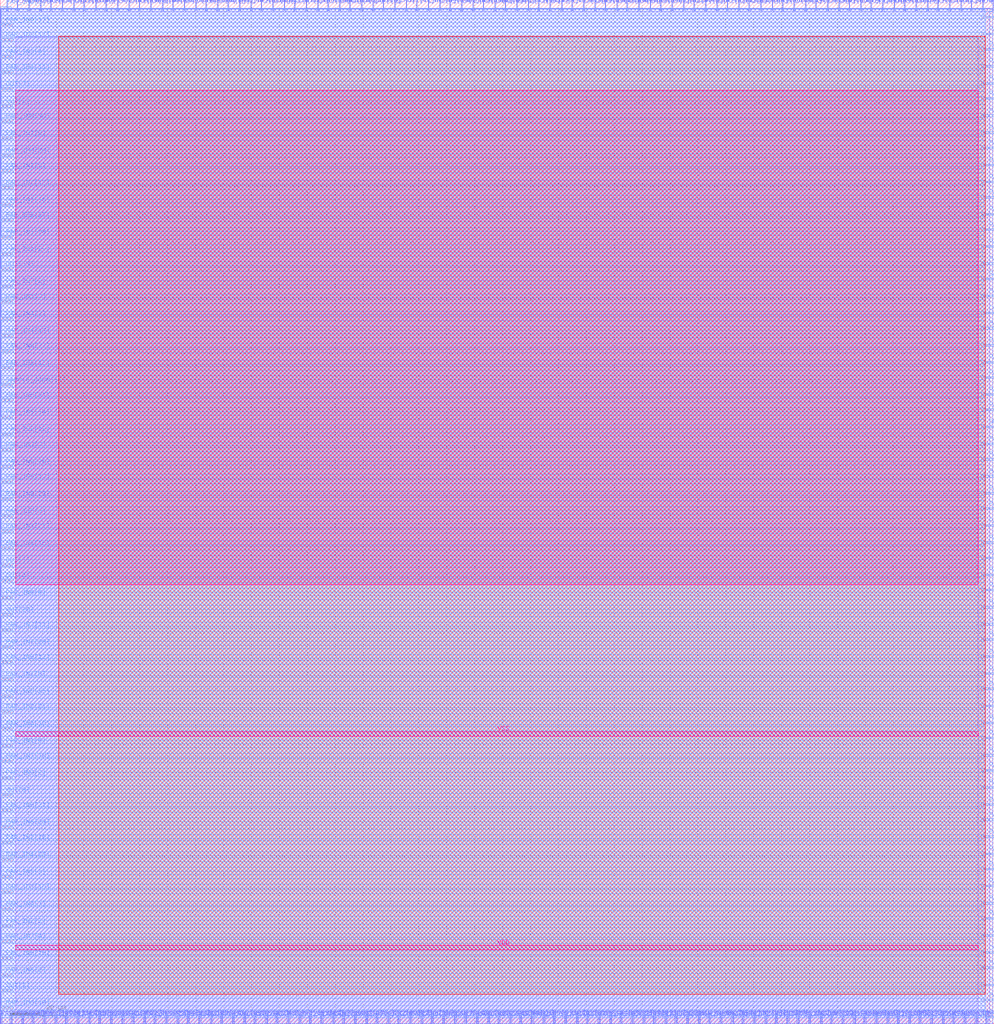
<source format=lef>
VERSION 5.7 ;
  NAMESCASESENSITIVE ON ;
  NOWIREEXTENSIONATPIN ON ;
  DIVIDERCHAR "/" ;
  BUSBITCHARS "[]" ;
UNITS
  DATABASE MICRONS 200 ;
END UNITS

MACRO deserialiser_unit_cell_1
  CLASS BLOCK ;
  FOREIGN deserialiser_unit_cell_1 ;
  ORIGIN 0.000 0.000 ;
  SIZE 356.165 BY 366.885 ;
  PIN CLK
    DIRECTION INPUT ;
    PORT
      LAYER met2 ;
        RECT 194.670 0.000 194.950 4.000 ;
    END
  END CLK
  PIN COMPLETE
    DIRECTION OUTPUT TRISTATE ;
    PORT
      LAYER met2 ;
        RECT 65.870 362.885 66.150 366.885 ;
    END
  END COMPLETE
  PIN COUNT[0]
    DIRECTION OUTPUT TRISTATE ;
    PORT
      LAYER met2 ;
        RECT 294.030 0.000 294.310 4.000 ;
    END
  END COUNT[0]
  PIN COUNT[1]
    DIRECTION OUTPUT TRISTATE ;
    PORT
      LAYER met3 ;
        RECT 352.165 254.360 356.165 254.960 ;
    END
  END COUNT[1]
  PIN COUNT[2]
    DIRECTION OUTPUT TRISTATE ;
    PORT
      LAYER met3 ;
        RECT 352.165 25.200 356.165 25.800 ;
    END
  END COUNT[2]
  PIN COUNT[3]
    DIRECTION OUTPUT TRISTATE ;
    PORT
      LAYER met2 ;
        RECT 248.490 362.885 248.770 366.885 ;
    END
  END COUNT[3]
  PIN COUNT[4]
    DIRECTION OUTPUT TRISTATE ;
    PORT
      LAYER met2 ;
        RECT 77.830 362.885 78.110 366.885 ;
    END
  END COUNT[4]
  PIN COUNT[5]
    DIRECTION OUTPUT TRISTATE ;
    PORT
      LAYER met2 ;
        RECT 142.690 0.000 142.970 4.000 ;
    END
  END COUNT[5]
  PIN INTERNAL_FINISH
    DIRECTION OUTPUT TRISTATE ;
    PORT
      LAYER met2 ;
        RECT 58.050 362.885 58.330 366.885 ;
    END
  END INTERNAL_FINISH
  PIN OUT[0]
    DIRECTION OUTPUT TRISTATE ;
    PORT
      LAYER met2 ;
        RECT 328.070 362.885 328.350 366.885 ;
    END
  END OUT[0]
  PIN OUT[10]
    DIRECTION OUTPUT TRISTATE ;
    PORT
      LAYER met2 ;
        RECT 125.210 362.885 125.490 366.885 ;
    END
  END OUT[10]
  PIN OUT[11]
    DIRECTION OUTPUT TRISTATE ;
    PORT
      LAYER met2 ;
        RECT 145.450 362.885 145.730 366.885 ;
    END
  END OUT[11]
  PIN OUT[12]
    DIRECTION OUTPUT TRISTATE ;
    PORT
      LAYER met2 ;
        RECT 47.470 0.000 47.750 4.000 ;
    END
  END OUT[12]
  PIN OUT[13]
    DIRECTION OUTPUT TRISTATE ;
    PORT
      LAYER met3 ;
        RECT 0.000 270.000 4.000 270.600 ;
    END
  END OUT[13]
  PIN OUT[14]
    DIRECTION OUTPUT TRISTATE ;
    PORT
      LAYER met2 ;
        RECT 131.190 0.000 131.470 4.000 ;
    END
  END OUT[14]
  PIN OUT[15]
    DIRECTION OUTPUT TRISTATE ;
    PORT
      LAYER met2 ;
        RECT 133.490 362.885 133.770 366.885 ;
    END
  END OUT[15]
  PIN OUT[16]
    DIRECTION OUTPUT TRISTATE ;
    PORT
      LAYER met2 ;
        RECT 272.410 362.885 272.690 366.885 ;
    END
  END OUT[16]
  PIN OUT[17]
    DIRECTION OUTPUT TRISTATE ;
    PORT
      LAYER met2 ;
        RECT 186.390 0.000 186.670 4.000 ;
    END
  END OUT[17]
  PIN OUT[18]
    DIRECTION OUTPUT TRISTATE ;
    PORT
      LAYER met2 ;
        RECT 75.530 0.000 75.810 4.000 ;
    END
  END OUT[18]
  PIN OUT[19]
    DIRECTION OUTPUT TRISTATE ;
    PORT
      LAYER met2 ;
        RECT 98.990 0.000 99.270 4.000 ;
    END
  END OUT[19]
  PIN OUT[1]
    DIRECTION OUTPUT TRISTATE ;
    PORT
      LAYER met3 ;
        RECT 0.000 163.920 4.000 164.520 ;
    END
  END OUT[1]
  PIN OUT[20]
    DIRECTION OUTPUT TRISTATE ;
    PORT
      LAYER met2 ;
        RECT 154.650 0.000 154.930 4.000 ;
    END
  END OUT[20]
  PIN OUT[21]
    DIRECTION OUTPUT TRISTATE ;
    PORT
      LAYER met2 ;
        RECT 210.310 0.000 210.590 4.000 ;
    END
  END OUT[21]
  PIN OUT[22]
    DIRECTION OUTPUT TRISTATE ;
    PORT
      LAYER met2 ;
        RECT 340.030 362.885 340.310 366.885 ;
    END
  END OUT[22]
  PIN OUT[23]
    DIRECTION OUTPUT TRISTATE ;
    PORT
      LAYER met2 ;
        RECT 105.430 362.885 105.710 366.885 ;
    END
  END OUT[23]
  PIN OUT[24]
    DIRECTION OUTPUT TRISTATE ;
    PORT
      LAYER met2 ;
        RECT 19.870 0.000 20.150 4.000 ;
    END
  END OUT[24]
  PIN OUT[25]
    DIRECTION OUTPUT TRISTATE ;
    PORT
      LAYER met2 ;
        RECT 284.370 362.885 284.650 366.885 ;
    END
  END OUT[25]
  PIN OUT[26]
    DIRECTION OUTPUT TRISTATE ;
    PORT
      LAYER met2 ;
        RECT 81.510 362.885 81.790 366.885 ;
    END
  END OUT[26]
  PIN OUT[27]
    DIRECTION OUTPUT TRISTATE ;
    PORT
      LAYER met2 ;
        RECT 325.770 0.000 326.050 4.000 ;
    END
  END OUT[27]
  PIN OUT[28]
    DIRECTION OUTPUT TRISTATE ;
    PORT
      LAYER met3 ;
        RECT 0.000 146.240 4.000 146.840 ;
    END
  END OUT[28]
  PIN OUT[29]
    DIRECTION OUTPUT TRISTATE ;
    PORT
      LAYER met2 ;
        RECT 230.550 0.000 230.830 4.000 ;
    END
  END OUT[29]
  PIN OUT[2]
    DIRECTION OUTPUT TRISTATE ;
    PORT
      LAYER met3 ;
        RECT 0.000 328.480 4.000 329.080 ;
    END
  END OUT[2]
  PIN OUT[30]
    DIRECTION OUTPUT TRISTATE ;
    PORT
      LAYER met2 ;
        RECT 262.290 0.000 262.570 4.000 ;
    END
  END OUT[30]
  PIN OUT[31]
    DIRECTION OUTPUT TRISTATE ;
    PORT
      LAYER met2 ;
        RECT 103.130 0.000 103.410 4.000 ;
    END
  END OUT[31]
  PIN OUT[3]
    DIRECTION OUTPUT TRISTATE ;
    PORT
      LAYER met3 ;
        RECT 0.000 11.600 4.000 12.200 ;
    END
  END OUT[3]
  PIN OUT[4]
    DIRECTION OUTPUT TRISTATE ;
    PORT
      LAYER met3 ;
        RECT 0.000 158.480 4.000 159.080 ;
    END
  END OUT[4]
  PIN OUT[5]
    DIRECTION OUTPUT TRISTATE ;
    PORT
      LAYER met3 ;
        RECT 352.165 213.560 356.165 214.160 ;
    END
  END OUT[5]
  PIN OUT[6]
    DIRECTION OUTPUT TRISTATE ;
    PORT
      LAYER met2 ;
        RECT 97.610 362.885 97.890 366.885 ;
    END
  END OUT[6]
  PIN OUT[7]
    DIRECTION OUTPUT TRISTATE ;
    PORT
      LAYER met3 ;
        RECT 0.000 334.600 4.000 335.200 ;
    END
  END OUT[7]
  PIN OUT[8]
    DIRECTION OUTPUT TRISTATE ;
    PORT
      LAYER met3 ;
        RECT 0.000 81.640 4.000 82.240 ;
    END
  END OUT[8]
  PIN OUT[9]
    DIRECTION OUTPUT TRISTATE ;
    PORT
      LAYER met2 ;
        RECT 34.130 362.885 34.410 366.885 ;
    END
  END OUT[9]
  PIN PAR_IN1[0]
    DIRECTION OUTPUT TRISTATE ;
    PORT
      LAYER met3 ;
        RECT 352.165 331.200 356.165 331.800 ;
    END
  END PAR_IN1[0]
  PIN PAR_IN1[10]
    DIRECTION OUTPUT TRISTATE ;
    PORT
      LAYER met3 ;
        RECT 352.165 160.520 356.165 161.120 ;
    END
  END PAR_IN1[10]
  PIN PAR_IN1[11]
    DIRECTION OUTPUT TRISTATE ;
    PORT
      LAYER met2 ;
        RECT 127.050 0.000 127.330 4.000 ;
    END
  END PAR_IN1[11]
  PIN PAR_IN1[12]
    DIRECTION OUTPUT TRISTATE ;
    PORT
      LAYER met2 ;
        RECT 213.070 362.885 213.350 366.885 ;
    END
  END PAR_IN1[12]
  PIN PAR_IN1[13]
    DIRECTION OUTPUT TRISTATE ;
    PORT
      LAYER met2 ;
        RECT 198.350 0.000 198.630 4.000 ;
    END
  END PAR_IN1[13]
  PIN PAR_IN1[14]
    DIRECTION OUTPUT TRISTATE ;
    PORT
      LAYER met2 ;
        RECT 41.950 362.885 42.230 366.885 ;
    END
  END PAR_IN1[14]
  PIN PAR_IN1[15]
    DIRECTION OUTPUT TRISTATE ;
    PORT
      LAYER met3 ;
        RECT 352.165 231.240 356.165 231.840 ;
    END
  END PAR_IN1[15]
  PIN PAR_IN1[16]
    DIRECTION OUTPUT TRISTATE ;
    PORT
      LAYER met2 ;
        RECT 95.310 0.000 95.590 4.000 ;
    END
  END PAR_IN1[16]
  PIN PAR_IN1[17]
    DIRECTION OUTPUT TRISTATE ;
    PORT
      LAYER met2 ;
        RECT 313.810 0.000 314.090 4.000 ;
    END
  END PAR_IN1[17]
  PIN PAR_IN1[18]
    DIRECTION OUTPUT TRISTATE ;
    PORT
      LAYER met3 ;
        RECT 0.000 93.880 4.000 94.480 ;
    END
  END PAR_IN1[18]
  PIN PAR_IN1[19]
    DIRECTION OUTPUT TRISTATE ;
    PORT
      LAYER met3 ;
        RECT 352.165 131.280 356.165 131.880 ;
    END
  END PAR_IN1[19]
  PIN PAR_IN1[1]
    DIRECTION OUTPUT TRISTATE ;
    PORT
      LAYER met2 ;
        RECT 46.090 362.885 46.370 366.885 ;
    END
  END PAR_IN1[1]
  PIN PAR_IN1[20]
    DIRECTION OUTPUT TRISTATE ;
    PORT
      LAYER met3 ;
        RECT 0.000 275.440 4.000 276.040 ;
    END
  END PAR_IN1[20]
  PIN PAR_IN1[21]
    DIRECTION OUTPUT TRISTATE ;
    PORT
      LAYER met2 ;
        RECT 162.930 0.000 163.210 4.000 ;
    END
  END PAR_IN1[21]
  PIN PAR_IN1[22]
    DIRECTION OUTPUT TRISTATE ;
    PORT
      LAYER met3 ;
        RECT 352.165 260.480 356.165 261.080 ;
    END
  END PAR_IN1[22]
  PIN PAR_IN1[23]
    DIRECTION OUTPUT TRISTATE ;
    PORT
      LAYER met3 ;
        RECT 352.165 102.040 356.165 102.640 ;
    END
  END PAR_IN1[23]
  PIN PAR_IN1[24]
    DIRECTION OUTPUT TRISTATE ;
    PORT
      LAYER met2 ;
        RECT 204.790 362.885 205.070 366.885 ;
    END
  END PAR_IN1[24]
  PIN PAR_IN1[25]
    DIRECTION OUTPUT TRISTATE ;
    PORT
      LAYER met2 ;
        RECT 101.750 362.885 102.030 366.885 ;
    END
  END PAR_IN1[25]
  PIN PAR_IN1[26]
    DIRECTION OUTPUT TRISTATE ;
    PORT
      LAYER met2 ;
        RECT 320.250 362.885 320.530 366.885 ;
    END
  END PAR_IN1[26]
  PIN PAR_IN1[27]
    DIRECTION OUTPUT TRISTATE ;
    PORT
      LAYER met3 ;
        RECT 352.165 207.440 356.165 208.040 ;
    END
  END PAR_IN1[27]
  PIN PAR_IN1[28]
    DIRECTION OUTPUT TRISTATE ;
    PORT
      LAYER met3 ;
        RECT 0.000 281.560 4.000 282.160 ;
    END
  END PAR_IN1[28]
  PIN PAR_IN1[29]
    DIRECTION OUTPUT TRISTATE ;
    PORT
      LAYER met3 ;
        RECT 352.165 42.880 356.165 43.480 ;
    END
  END PAR_IN1[29]
  PIN PAR_IN1[2]
    DIRECTION OUTPUT TRISTATE ;
    PORT
      LAYER met3 ;
        RECT 352.165 125.160 356.165 125.760 ;
    END
  END PAR_IN1[2]
  PIN PAR_IN1[30]
    DIRECTION OUTPUT TRISTATE ;
    PORT
      LAYER met2 ;
        RECT 121.530 362.885 121.810 366.885 ;
    END
  END PAR_IN1[30]
  PIN PAR_IN1[31]
    DIRECTION OUTPUT TRISTATE ;
    PORT
      LAYER met2 ;
        RECT 107.270 0.000 107.550 4.000 ;
    END
  END PAR_IN1[31]
  PIN PAR_IN1[3]
    DIRECTION OUTPUT TRISTATE ;
    PORT
      LAYER met3 ;
        RECT 352.165 31.320 356.165 31.920 ;
    END
  END PAR_IN1[3]
  PIN PAR_IN1[4]
    DIRECTION OUTPUT TRISTATE ;
    PORT
      LAYER met2 ;
        RECT 206.630 0.000 206.910 4.000 ;
    END
  END PAR_IN1[4]
  PIN PAR_IN1[5]
    DIRECTION OUTPUT TRISTATE ;
    PORT
      LAYER met3 ;
        RECT 0.000 305.360 4.000 305.960 ;
    END
  END PAR_IN1[5]
  PIN PAR_IN1[6]
    DIRECTION OUTPUT TRISTATE ;
    PORT
      LAYER met3 ;
        RECT 0.000 99.320 4.000 99.920 ;
    END
  END PAR_IN1[6]
  PIN PAR_IN1[7]
    DIRECTION OUTPUT TRISTATE ;
    PORT
      LAYER met3 ;
        RECT 0.000 258.440 4.000 259.040 ;
    END
  END PAR_IN1[7]
  PIN PAR_IN1[8]
    DIRECTION OUTPUT TRISTATE ;
    PORT
      LAYER met2 ;
        RECT 347.850 362.885 348.130 366.885 ;
    END
  END PAR_IN1[8]
  PIN PAR_IN1[9]
    DIRECTION OUTPUT TRISTATE ;
    PORT
      LAYER met3 ;
        RECT 0.000 316.920 4.000 317.520 ;
    END
  END PAR_IN1[9]
  PIN PAR_IN2[0]
    DIRECTION OUTPUT TRISTATE ;
    PORT
      LAYER met2 ;
        RECT 337.730 0.000 338.010 4.000 ;
    END
  END PAR_IN2[0]
  PIN PAR_IN2[10]
    DIRECTION OUTPUT TRISTATE ;
    PORT
      LAYER met2 ;
        RECT 6.070 362.885 6.350 366.885 ;
    END
  END PAR_IN2[10]
  PIN PAR_IN2[11]
    DIRECTION OUTPUT TRISTATE ;
    PORT
      LAYER met2 ;
        RECT 139.010 0.000 139.290 4.000 ;
    END
  END PAR_IN2[11]
  PIN PAR_IN2[12]
    DIRECTION OUTPUT TRISTATE ;
    PORT
      LAYER met3 ;
        RECT 0.000 210.840 4.000 211.440 ;
    END
  END PAR_IN2[12]
  PIN PAR_IN2[13]
    DIRECTION OUTPUT TRISTATE ;
    PORT
      LAYER met3 ;
        RECT 0.000 234.640 4.000 235.240 ;
    END
  END PAR_IN2[13]
  PIN PAR_IN2[14]
    DIRECTION OUTPUT TRISTATE ;
    PORT
      LAYER met2 ;
        RECT 174.890 0.000 175.170 4.000 ;
    END
  END PAR_IN2[14]
  PIN PAR_IN2[15]
    DIRECTION OUTPUT TRISTATE ;
    PORT
      LAYER met3 ;
        RECT 352.165 202.000 356.165 202.600 ;
    END
  END PAR_IN2[15]
  PIN PAR_IN2[16]
    DIRECTION OUTPUT TRISTATE ;
    PORT
      LAYER met3 ;
        RECT 352.165 236.680 356.165 237.280 ;
    END
  END PAR_IN2[16]
  PIN PAR_IN2[17]
    DIRECTION OUTPUT TRISTATE ;
    PORT
      LAYER met3 ;
        RECT 0.000 352.280 4.000 352.880 ;
    END
  END PAR_IN2[17]
  PIN PAR_IN2[18]
    DIRECTION OUTPUT TRISTATE ;
    PORT
      LAYER met3 ;
        RECT 0.000 64.640 4.000 65.240 ;
    END
  END PAR_IN2[18]
  PIN PAR_IN2[19]
    DIRECTION OUTPUT TRISTATE ;
    PORT
      LAYER met2 ;
        RECT 256.770 362.885 257.050 366.885 ;
    END
  END PAR_IN2[19]
  PIN PAR_IN2[1]
    DIRECTION OUTPUT TRISTATE ;
    PORT
      LAYER met2 ;
        RECT 7.910 0.000 8.190 4.000 ;
    END
  END PAR_IN2[1]
  PIN PAR_IN2[20]
    DIRECTION OUTPUT TRISTATE ;
    PORT
      LAYER met2 ;
        RECT 67.250 0.000 67.530 4.000 ;
    END
  END PAR_IN2[20]
  PIN PAR_IN2[21]
    DIRECTION OUTPUT TRISTATE ;
    PORT
      LAYER met3 ;
        RECT 0.000 111.560 4.000 112.160 ;
    END
  END PAR_IN2[21]
  PIN PAR_IN2[22]
    DIRECTION OUTPUT TRISTATE ;
    PORT
      LAYER met2 ;
        RECT 14.350 362.885 14.630 366.885 ;
    END
  END PAR_IN2[22]
  PIN PAR_IN2[23]
    DIRECTION OUTPUT TRISTATE ;
    PORT
      LAYER met3 ;
        RECT 352.165 60.560 356.165 61.160 ;
    END
  END PAR_IN2[23]
  PIN PAR_IN2[24]
    DIRECTION OUTPUT TRISTATE ;
    PORT
      LAYER met2 ;
        RECT 79.210 0.000 79.490 4.000 ;
    END
  END PAR_IN2[24]
  PIN PAR_IN2[25]
    DIRECTION OUTPUT TRISTATE ;
    PORT
      LAYER met2 ;
        RECT 166.610 0.000 166.890 4.000 ;
    END
  END PAR_IN2[25]
  PIN PAR_IN2[26]
    DIRECTION OUTPUT TRISTATE ;
    PORT
      LAYER met3 ;
        RECT 352.165 325.080 356.165 325.680 ;
    END
  END PAR_IN2[26]
  PIN PAR_IN2[27]
    DIRECTION OUTPUT TRISTATE ;
    PORT
      LAYER met3 ;
        RECT 0.000 287.680 4.000 288.280 ;
    END
  END PAR_IN2[27]
  PIN PAR_IN2[28]
    DIRECTION OUTPUT TRISTATE ;
    PORT
      LAYER met3 ;
        RECT 352.165 242.800 356.165 243.400 ;
    END
  END PAR_IN2[28]
  PIN PAR_IN2[29]
    DIRECTION OUTPUT TRISTATE ;
    PORT
      LAYER met2 ;
        RECT 134.870 0.000 135.150 4.000 ;
    END
  END PAR_IN2[29]
  PIN PAR_IN2[2]
    DIRECTION OUTPUT TRISTATE ;
    PORT
      LAYER met2 ;
        RECT 265.970 0.000 266.250 4.000 ;
    END
  END PAR_IN2[2]
  PIN PAR_IN2[30]
    DIRECTION OUTPUT TRISTATE ;
    PORT
      LAYER met2 ;
        RECT 150.970 0.000 151.250 4.000 ;
    END
  END PAR_IN2[30]
  PIN PAR_IN2[31]
    DIRECTION OUTPUT TRISTATE ;
    PORT
      LAYER met2 ;
        RECT 71.390 0.000 71.670 4.000 ;
    END
  END PAR_IN2[31]
  PIN PAR_IN2[3]
    DIRECTION OUTPUT TRISTATE ;
    PORT
      LAYER met3 ;
        RECT 0.000 34.720 4.000 35.320 ;
    END
  END PAR_IN2[3]
  PIN PAR_IN2[4]
    DIRECTION OUTPUT TRISTATE ;
    PORT
      LAYER met2 ;
        RECT 192.830 362.885 193.110 366.885 ;
    END
  END PAR_IN2[4]
  PIN PAR_IN2[5]
    DIRECTION OUTPUT TRISTATE ;
    PORT
      LAYER met2 ;
        RECT 173.050 362.885 173.330 366.885 ;
    END
  END PAR_IN2[5]
  PIN PAR_IN2[6]
    DIRECTION OUTPUT TRISTATE ;
    PORT
      LAYER met2 ;
        RECT 317.950 0.000 318.230 4.000 ;
    END
  END PAR_IN2[6]
  PIN PAR_IN2[7]
    DIRECTION OUTPUT TRISTATE ;
    PORT
      LAYER met3 ;
        RECT 0.000 205.400 4.000 206.000 ;
    END
  END PAR_IN2[7]
  PIN PAR_IN2[8]
    DIRECTION OUTPUT TRISTATE ;
    PORT
      LAYER met2 ;
        RECT 129.350 362.885 129.630 366.885 ;
    END
  END PAR_IN2[8]
  PIN PAR_IN2[9]
    DIRECTION OUTPUT TRISTATE ;
    PORT
      LAYER met2 ;
        RECT 149.130 362.885 149.410 366.885 ;
    END
  END PAR_IN2[9]
  PIN PAR_IN3[0]
    DIRECTION OUTPUT TRISTATE ;
    PORT
      LAYER met3 ;
        RECT 352.165 318.960 356.165 319.560 ;
    END
  END PAR_IN3[0]
  PIN PAR_IN3[10]
    DIRECTION OUTPUT TRISTATE ;
    PORT
      LAYER met3 ;
        RECT 0.000 46.960 4.000 47.560 ;
    END
  END PAR_IN3[10]
  PIN PAR_IN3[11]
    DIRECTION OUTPUT TRISTATE ;
    PORT
      LAYER met3 ;
        RECT 0.000 140.800 4.000 141.400 ;
    END
  END PAR_IN3[11]
  PIN PAR_IN3[12]
    DIRECTION OUTPUT TRISTATE ;
    PORT
      LAYER met2 ;
        RECT 85.650 362.885 85.930 366.885 ;
    END
  END PAR_IN3[12]
  PIN PAR_IN3[13]
    DIRECTION OUTPUT TRISTATE ;
    PORT
      LAYER met3 ;
        RECT 352.165 113.600 356.165 114.200 ;
    END
  END PAR_IN3[13]
  PIN PAR_IN3[14]
    DIRECTION OUTPUT TRISTATE ;
    PORT
      LAYER met3 ;
        RECT 352.165 178.200 356.165 178.800 ;
    END
  END PAR_IN3[14]
  PIN PAR_IN3[15]
    DIRECTION OUTPUT TRISTATE ;
    PORT
      LAYER met2 ;
        RECT 178.570 0.000 178.850 4.000 ;
    END
  END PAR_IN3[15]
  PIN PAR_IN3[16]
    DIRECTION OUTPUT TRISTATE ;
    PORT
      LAYER met3 ;
        RECT 352.165 55.120 356.165 55.720 ;
    END
  END PAR_IN3[16]
  PIN PAR_IN3[17]
    DIRECTION OUTPUT TRISTATE ;
    PORT
      LAYER met3 ;
        RECT 352.165 37.440 356.165 38.040 ;
    END
  END PAR_IN3[17]
  PIN PAR_IN3[18]
    DIRECTION OUTPUT TRISTATE ;
    PORT
      LAYER met2 ;
        RECT 341.410 0.000 341.690 4.000 ;
    END
  END PAR_IN3[18]
  PIN PAR_IN3[19]
    DIRECTION OUTPUT TRISTATE ;
    PORT
      LAYER met2 ;
        RECT 185.010 362.885 185.290 366.885 ;
    END
  END PAR_IN3[19]
  PIN PAR_IN3[1]
    DIRECTION OUTPUT TRISTATE ;
    PORT
      LAYER met2 ;
        RECT 260.450 362.885 260.730 366.885 ;
    END
  END PAR_IN3[1]
  PIN PAR_IN3[20]
    DIRECTION OUTPUT TRISTATE ;
    PORT
      LAYER met2 ;
        RECT 3.770 0.000 4.050 4.000 ;
    END
  END PAR_IN3[20]
  PIN PAR_IN3[21]
    DIRECTION OUTPUT TRISTATE ;
    PORT
      LAYER met3 ;
        RECT 0.000 176.160 4.000 176.760 ;
    END
  END PAR_IN3[21]
  PIN PAR_IN3[22]
    DIRECTION OUTPUT TRISTATE ;
    PORT
      LAYER met2 ;
        RECT 301.850 0.000 302.130 4.000 ;
    END
  END PAR_IN3[22]
  PIN PAR_IN3[23]
    DIRECTION OUTPUT TRISTATE ;
    PORT
      LAYER met3 ;
        RECT 352.165 289.720 356.165 290.320 ;
    END
  END PAR_IN3[23]
  PIN PAR_IN3[24]
    DIRECTION OUTPUT TRISTATE ;
    PORT
      LAYER met2 ;
        RECT 288.510 362.885 288.790 366.885 ;
    END
  END PAR_IN3[24]
  PIN PAR_IN3[25]
    DIRECTION OUTPUT TRISTATE ;
    PORT
      LAYER met2 ;
        RECT 117.390 362.885 117.670 366.885 ;
    END
  END PAR_IN3[25]
  PIN PAR_IN3[26]
    DIRECTION OUTPUT TRISTATE ;
    PORT
      LAYER met2 ;
        RECT 208.930 362.885 209.210 366.885 ;
    END
  END PAR_IN3[26]
  PIN PAR_IN3[27]
    DIRECTION OUTPUT TRISTATE ;
    PORT
      LAYER met2 ;
        RECT 285.750 0.000 286.030 4.000 ;
    END
  END PAR_IN3[27]
  PIN PAR_IN3[28]
    DIRECTION OUTPUT TRISTATE ;
    PORT
      LAYER met2 ;
        RECT 254.010 0.000 254.290 4.000 ;
    END
  END PAR_IN3[28]
  PIN PAR_IN3[29]
    DIRECTION OUTPUT TRISTATE ;
    PORT
      LAYER met2 ;
        RECT 11.590 0.000 11.870 4.000 ;
    END
  END PAR_IN3[29]
  PIN PAR_IN3[2]
    DIRECTION OUTPUT TRISTATE ;
    PORT
      LAYER met3 ;
        RECT 352.165 84.360 356.165 84.960 ;
    END
  END PAR_IN3[2]
  PIN PAR_IN3[30]
    DIRECTION OUTPUT TRISTATE ;
    PORT
      LAYER met3 ;
        RECT 352.165 342.760 356.165 343.360 ;
    END
  END PAR_IN3[30]
  PIN PAR_IN3[31]
    DIRECTION OUTPUT TRISTATE ;
    PORT
      LAYER met2 ;
        RECT 332.210 362.885 332.490 366.885 ;
    END
  END PAR_IN3[31]
  PIN PAR_IN3[3]
    DIRECTION OUTPUT TRISTATE ;
    PORT
      LAYER met3 ;
        RECT 352.165 19.760 356.165 20.360 ;
    END
  END PAR_IN3[3]
  PIN PAR_IN3[4]
    DIRECTION OUTPUT TRISTATE ;
    PORT
      LAYER met3 ;
        RECT 0.000 346.160 4.000 346.760 ;
    END
  END PAR_IN3[4]
  PIN PAR_IN3[5]
    DIRECTION OUTPUT TRISTATE ;
    PORT
      LAYER met2 ;
        RECT 110.950 0.000 111.230 4.000 ;
    END
  END PAR_IN3[5]
  PIN PAR_IN3[6]
    DIRECTION OUTPUT TRISTATE ;
    PORT
      LAYER met2 ;
        RECT 234.230 0.000 234.510 4.000 ;
    END
  END PAR_IN3[6]
  PIN PAR_IN3[7]
    DIRECTION OUTPUT TRISTATE ;
    PORT
      LAYER met3 ;
        RECT 352.165 142.840 356.165 143.440 ;
    END
  END PAR_IN3[7]
  PIN PAR_IN3[8]
    DIRECTION OUTPUT TRISTATE ;
    PORT
      LAYER met2 ;
        RECT 43.790 0.000 44.070 4.000 ;
    END
  END PAR_IN3[8]
  PIN PAR_IN3[9]
    DIRECTION OUTPUT TRISTATE ;
    PORT
      LAYER met3 ;
        RECT 352.165 360.440 356.165 361.040 ;
    END
  END PAR_IN3[9]
  PIN PAR_IN4[0]
    DIRECTION OUTPUT TRISTATE ;
    PORT
      LAYER met2 ;
        RECT 232.850 362.885 233.130 366.885 ;
    END
  END PAR_IN4[0]
  PIN PAR_IN4[10]
    DIRECTION OUTPUT TRISTATE ;
    PORT
      LAYER met3 ;
        RECT 0.000 105.440 4.000 106.040 ;
    END
  END PAR_IN4[10]
  PIN PAR_IN4[11]
    DIRECTION OUTPUT TRISTATE ;
    PORT
      LAYER met3 ;
        RECT 0.000 340.720 4.000 341.320 ;
    END
  END PAR_IN4[11]
  PIN PAR_IN4[12]
    DIRECTION OUTPUT TRISTATE ;
    PORT
      LAYER met2 ;
        RECT 53.910 362.885 54.190 366.885 ;
    END
  END PAR_IN4[12]
  PIN PAR_IN4[13]
    DIRECTION OUTPUT TRISTATE ;
    PORT
      LAYER met3 ;
        RECT 0.000 246.200 4.000 246.800 ;
    END
  END PAR_IN4[13]
  PIN PAR_IN4[14]
    DIRECTION OUTPUT TRISTATE ;
    PORT
      LAYER met2 ;
        RECT 280.230 362.885 280.510 366.885 ;
    END
  END PAR_IN4[14]
  PIN PAR_IN4[15]
    DIRECTION OUTPUT TRISTATE ;
    PORT
      LAYER met3 ;
        RECT 0.000 170.040 4.000 170.640 ;
    END
  END PAR_IN4[15]
  PIN PAR_IN4[16]
    DIRECTION OUTPUT TRISTATE ;
    PORT
      LAYER met2 ;
        RECT 297.710 0.000 297.990 4.000 ;
    END
  END PAR_IN4[16]
  PIN PAR_IN4[17]
    DIRECTION OUTPUT TRISTATE ;
    PORT
      LAYER met3 ;
        RECT 0.000 357.720 4.000 358.320 ;
    END
  END PAR_IN4[17]
  PIN PAR_IN4[18]
    DIRECTION OUTPUT TRISTATE ;
    PORT
      LAYER met2 ;
        RECT 182.710 0.000 182.990 4.000 ;
    END
  END PAR_IN4[18]
  PIN PAR_IN4[19]
    DIRECTION OUTPUT TRISTATE ;
    PORT
      LAYER met2 ;
        RECT 170.750 0.000 171.030 4.000 ;
    END
  END PAR_IN4[19]
  PIN PAR_IN4[1]
    DIRECTION OUTPUT TRISTATE ;
    PORT
      LAYER met2 ;
        RECT 309.670 0.000 309.950 4.000 ;
    END
  END PAR_IN4[1]
  PIN PAR_IN4[20]
    DIRECTION OUTPUT TRISTATE ;
    PORT
      LAYER met2 ;
        RECT 220.890 362.885 221.170 366.885 ;
    END
  END PAR_IN4[20]
  PIN PAR_IN4[21]
    DIRECTION OUTPUT TRISTATE ;
    PORT
      LAYER met2 ;
        RECT 51.610 0.000 51.890 4.000 ;
    END
  END PAR_IN4[21]
  PIN PAR_IN4[22]
    DIRECTION OUTPUT TRISTATE ;
    PORT
      LAYER met2 ;
        RECT 224.570 362.885 224.850 366.885 ;
    END
  END PAR_IN4[22]
  PIN PAR_IN4[23]
    DIRECTION OUTPUT TRISTATE ;
    PORT
      LAYER met2 ;
        RECT 316.110 362.885 316.390 366.885 ;
    END
  END PAR_IN4[23]
  PIN PAR_IN4[24]
    DIRECTION OUTPUT TRISTATE ;
    PORT
      LAYER met3 ;
        RECT 352.165 272.040 356.165 272.640 ;
    END
  END PAR_IN4[24]
  PIN PAR_IN4[25]
    DIRECTION OUTPUT TRISTATE ;
    PORT
      LAYER met2 ;
        RECT 153.270 362.885 153.550 366.885 ;
    END
  END PAR_IN4[25]
  PIN PAR_IN4[26]
    DIRECTION OUTPUT TRISTATE ;
    PORT
      LAYER met3 ;
        RECT 352.165 155.080 356.165 155.680 ;
    END
  END PAR_IN4[26]
  PIN PAR_IN4[27]
    DIRECTION OUTPUT TRISTATE ;
    PORT
      LAYER met2 ;
        RECT 59.430 0.000 59.710 4.000 ;
    END
  END PAR_IN4[27]
  PIN PAR_IN4[28]
    DIRECTION OUTPUT TRISTATE ;
    PORT
      LAYER met3 ;
        RECT 0.000 58.520 4.000 59.120 ;
    END
  END PAR_IN4[28]
  PIN PAR_IN4[29]
    DIRECTION OUTPUT TRISTATE ;
    PORT
      LAYER met2 ;
        RECT 2.390 362.885 2.670 366.885 ;
    END
  END PAR_IN4[29]
  PIN PAR_IN4[2]
    DIRECTION OUTPUT TRISTATE ;
    PORT
      LAYER met3 ;
        RECT 0.000 252.320 4.000 252.920 ;
    END
  END PAR_IN4[2]
  PIN PAR_IN4[30]
    DIRECTION OUTPUT TRISTATE ;
    PORT
      LAYER met3 ;
        RECT 352.165 13.640 356.165 14.240 ;
    END
  END PAR_IN4[30]
  PIN PAR_IN4[31]
    DIRECTION OUTPUT TRISTATE ;
    PORT
      LAYER met2 ;
        RECT 250.330 0.000 250.610 4.000 ;
    END
  END PAR_IN4[31]
  PIN PAR_IN4[3]
    DIRECTION OUTPUT TRISTATE ;
    PORT
      LAYER met2 ;
        RECT 157.410 362.885 157.690 366.885 ;
    END
  END PAR_IN4[3]
  PIN PAR_IN4[4]
    DIRECTION OUTPUT TRISTATE ;
    PORT
      LAYER met2 ;
        RECT 15.730 0.000 16.010 4.000 ;
    END
  END PAR_IN4[4]
  PIN PAR_IN4[5]
    DIRECTION OUTPUT TRISTATE ;
    PORT
      LAYER met3 ;
        RECT 352.165 166.640 356.165 167.240 ;
    END
  END PAR_IN4[5]
  PIN PAR_IN4[6]
    DIRECTION OUTPUT TRISTATE ;
    PORT
      LAYER met2 ;
        RECT 214.450 0.000 214.730 4.000 ;
    END
  END PAR_IN4[6]
  PIN PAR_IN4[7]
    DIRECTION OUTPUT TRISTATE ;
    PORT
      LAYER met3 ;
        RECT 0.000 40.840 4.000 41.440 ;
    END
  END PAR_IN4[7]
  PIN PAR_IN4[8]
    DIRECTION OUTPUT TRISTATE ;
    PORT
      LAYER met2 ;
        RECT 49.770 362.885 50.050 366.885 ;
    END
  END PAR_IN4[8]
  PIN PAR_IN4[9]
    DIRECTION OUTPUT TRISTATE ;
    PORT
      LAYER met2 ;
        RECT 242.050 0.000 242.330 4.000 ;
    END
  END PAR_IN4[9]
  PIN PAR_IN5[0]
    DIRECTION OUTPUT TRISTATE ;
    PORT
      LAYER met3 ;
        RECT 0.000 181.600 4.000 182.200 ;
    END
  END PAR_IN5[0]
  PIN PAR_IN5[10]
    DIRECTION OUTPUT TRISTATE ;
    PORT
      LAYER met2 ;
        RECT 146.830 0.000 147.110 4.000 ;
    END
  END PAR_IN5[10]
  PIN PAR_IN5[11]
    DIRECTION OUTPUT TRISTATE ;
    PORT
      LAYER met3 ;
        RECT 352.165 66.680 356.165 67.280 ;
    END
  END PAR_IN5[11]
  PIN PAR_IN5[12]
    DIRECTION OUTPUT TRISTATE ;
    PORT
      LAYER met2 ;
        RECT 236.530 362.885 236.810 366.885 ;
    END
  END PAR_IN5[12]
  PIN PAR_IN5[13]
    DIRECTION OUTPUT TRISTATE ;
    PORT
      LAYER met3 ;
        RECT 0.000 129.240 4.000 129.840 ;
    END
  END PAR_IN5[13]
  PIN PAR_IN5[14]
    DIRECTION OUTPUT TRISTATE ;
    PORT
      LAYER met3 ;
        RECT 0.000 216.960 4.000 217.560 ;
    END
  END PAR_IN5[14]
  PIN PAR_IN5[15]
    DIRECTION OUTPUT TRISTATE ;
    PORT
      LAYER met2 ;
        RECT 55.290 0.000 55.570 4.000 ;
    END
  END PAR_IN5[15]
  PIN PAR_IN5[16]
    DIRECTION OUTPUT TRISTATE ;
    PORT
      LAYER met2 ;
        RECT 23.550 0.000 23.830 4.000 ;
    END
  END PAR_IN5[16]
  PIN PAR_IN5[17]
    DIRECTION OUTPUT TRISTATE ;
    PORT
      LAYER met3 ;
        RECT 0.000 193.840 4.000 194.440 ;
    END
  END PAR_IN5[17]
  PIN PAR_IN5[18]
    DIRECTION OUTPUT TRISTATE ;
    PORT
      LAYER met2 ;
        RECT 308.290 362.885 308.570 366.885 ;
    END
  END PAR_IN5[18]
  PIN PAR_IN5[19]
    DIRECTION OUTPUT TRISTATE ;
    PORT
      LAYER met2 ;
        RECT 201.110 362.885 201.390 366.885 ;
    END
  END PAR_IN5[19]
  PIN PAR_IN5[1]
    DIRECTION OUTPUT TRISTATE ;
    PORT
      LAYER met2 ;
        RECT 169.370 362.885 169.650 366.885 ;
    END
  END PAR_IN5[1]
  PIN PAR_IN5[20]
    DIRECTION OUTPUT TRISTATE ;
    PORT
      LAYER met3 ;
        RECT 352.165 195.880 356.165 196.480 ;
    END
  END PAR_IN5[20]
  PIN PAR_IN5[21]
    DIRECTION OUTPUT TRISTATE ;
    PORT
      LAYER met2 ;
        RECT 180.870 362.885 181.150 366.885 ;
    END
  END PAR_IN5[21]
  PIN PAR_IN5[22]
    DIRECTION OUTPUT TRISTATE ;
    PORT
      LAYER met2 ;
        RECT 218.590 0.000 218.870 4.000 ;
    END
  END PAR_IN5[22]
  PIN PAR_IN5[23]
    DIRECTION OUTPUT TRISTATE ;
    PORT
      LAYER met3 ;
        RECT 352.165 301.280 356.165 301.880 ;
    END
  END PAR_IN5[23]
  PIN PAR_IN5[24]
    DIRECTION OUTPUT TRISTATE ;
    PORT
      LAYER met3 ;
        RECT 352.165 49.000 356.165 49.600 ;
    END
  END PAR_IN5[24]
  PIN PAR_IN5[25]
    DIRECTION OUTPUT TRISTATE ;
    PORT
      LAYER met2 ;
        RECT 0.090 0.000 0.370 4.000 ;
    END
  END PAR_IN5[25]
  PIN PAR_IN5[26]
    DIRECTION OUTPUT TRISTATE ;
    PORT
      LAYER met3 ;
        RECT 0.000 199.280 4.000 199.880 ;
    END
  END PAR_IN5[26]
  PIN PAR_IN5[27]
    DIRECTION OUTPUT TRISTATE ;
    PORT
      LAYER met2 ;
        RECT 83.350 0.000 83.630 4.000 ;
    END
  END PAR_IN5[27]
  PIN PAR_IN5[28]
    DIRECTION OUTPUT TRISTATE ;
    PORT
      LAYER met2 ;
        RECT 39.650 0.000 39.930 4.000 ;
    END
  END PAR_IN5[28]
  PIN PAR_IN5[29]
    DIRECTION OUTPUT TRISTATE ;
    PORT
      LAYER met2 ;
        RECT 10.210 362.885 10.490 366.885 ;
    END
  END PAR_IN5[29]
  PIN PAR_IN5[2]
    DIRECTION OUTPUT TRISTATE ;
    PORT
      LAYER met3 ;
        RECT 352.165 119.720 356.165 120.320 ;
    END
  END PAR_IN5[2]
  PIN PAR_IN5[30]
    DIRECTION OUTPUT TRISTATE ;
    PORT
      LAYER met2 ;
        RECT 353.370 0.000 353.650 4.000 ;
    END
  END PAR_IN5[30]
  PIN PAR_IN5[31]
    DIRECTION OUTPUT TRISTATE ;
    PORT
      LAYER met3 ;
        RECT 0.000 76.200 4.000 76.800 ;
    END
  END PAR_IN5[31]
  PIN PAR_IN5[3]
    DIRECTION OUTPUT TRISTATE ;
    PORT
      LAYER met3 ;
        RECT 0.000 52.400 4.000 53.000 ;
    END
  END PAR_IN5[3]
  PIN PAR_IN5[4]
    DIRECTION OUTPUT TRISTATE ;
    PORT
      LAYER met2 ;
        RECT 355.670 362.885 355.950 366.885 ;
    END
  END PAR_IN5[4]
  PIN PAR_IN5[5]
    DIRECTION OUTPUT TRISTATE ;
    PORT
      LAYER met2 ;
        RECT 292.190 362.885 292.470 366.885 ;
    END
  END PAR_IN5[5]
  PIN PAR_IN5[6]
    DIRECTION OUTPUT TRISTATE ;
    PORT
      LAYER met3 ;
        RECT 352.165 219.680 356.165 220.280 ;
    END
  END PAR_IN5[6]
  PIN PAR_IN5[7]
    DIRECTION OUTPUT TRISTATE ;
    PORT
      LAYER met2 ;
        RECT 137.170 362.885 137.450 366.885 ;
    END
  END PAR_IN5[7]
  PIN PAR_IN5[8]
    DIRECTION OUTPUT TRISTATE ;
    PORT
      LAYER met2 ;
        RECT 27.690 0.000 27.970 4.000 ;
    END
  END PAR_IN5[8]
  PIN PAR_IN5[9]
    DIRECTION OUTPUT TRISTATE ;
    PORT
      LAYER met2 ;
        RECT 244.810 362.885 245.090 366.885 ;
    END
  END PAR_IN5[9]
  PIN PAR_IN6[0]
    DIRECTION OUTPUT TRISTATE ;
    PORT
      LAYER met3 ;
        RECT 352.165 248.920 356.165 249.520 ;
    END
  END PAR_IN6[0]
  PIN PAR_IN6[10]
    DIRECTION OUTPUT TRISTATE ;
    PORT
      LAYER met2 ;
        RECT 351.990 362.885 352.270 366.885 ;
    END
  END PAR_IN6[10]
  PIN PAR_IN6[11]
    DIRECTION OUTPUT TRISTATE ;
    PORT
      LAYER met3 ;
        RECT 352.165 278.160 356.165 278.760 ;
    END
  END PAR_IN6[11]
  PIN PAR_IN6[12]
    DIRECTION OUTPUT TRISTATE ;
    PORT
      LAYER met3 ;
        RECT 352.165 137.400 356.165 138.000 ;
    END
  END PAR_IN6[12]
  PIN PAR_IN6[13]
    DIRECTION OUTPUT TRISTATE ;
    PORT
      LAYER met2 ;
        RECT 61.730 362.885 62.010 366.885 ;
    END
  END PAR_IN6[13]
  PIN PAR_IN6[14]
    DIRECTION OUTPUT TRISTATE ;
    PORT
      LAYER met2 ;
        RECT 29.990 362.885 30.270 366.885 ;
    END
  END PAR_IN6[14]
  PIN PAR_IN6[15]
    DIRECTION OUTPUT TRISTATE ;
    PORT
      LAYER met2 ;
        RECT 18.030 362.885 18.310 366.885 ;
    END
  END PAR_IN6[15]
  PIN PAR_IN6[16]
    DIRECTION OUTPUT TRISTATE ;
    PORT
      LAYER met3 ;
        RECT 0.000 23.160 4.000 23.760 ;
    END
  END PAR_IN6[16]
  PIN PAR_IN6[17]
    DIRECTION OUTPUT TRISTATE ;
    PORT
      LAYER met2 ;
        RECT 321.630 0.000 321.910 4.000 ;
    END
  END PAR_IN6[17]
  PIN PAR_IN6[18]
    DIRECTION OUTPUT TRISTATE ;
    PORT
      LAYER met3 ;
        RECT 352.165 307.400 356.165 308.000 ;
    END
  END PAR_IN6[18]
  PIN PAR_IN6[19]
    DIRECTION OUTPUT TRISTATE ;
    PORT
      LAYER met3 ;
        RECT 0.000 5.480 4.000 6.080 ;
    END
  END PAR_IN6[19]
  PIN PAR_IN6[1]
    DIRECTION OUTPUT TRISTATE ;
    PORT
      LAYER met2 ;
        RECT 258.150 0.000 258.430 4.000 ;
    END
  END PAR_IN6[1]
  PIN PAR_IN6[20]
    DIRECTION OUTPUT TRISTATE ;
    PORT
      LAYER met2 ;
        RECT 329.450 0.000 329.730 4.000 ;
    END
  END PAR_IN6[20]
  PIN PAR_IN6[21]
    DIRECTION OUTPUT TRISTATE ;
    PORT
      LAYER met2 ;
        RECT 270.110 0.000 270.390 4.000 ;
    END
  END PAR_IN6[21]
  PIN PAR_IN6[22]
    DIRECTION OUTPUT TRISTATE ;
    PORT
      LAYER met2 ;
        RECT 93.470 362.885 93.750 366.885 ;
    END
  END PAR_IN6[22]
  PIN PAR_IN6[23]
    DIRECTION OUTPUT TRISTATE ;
    PORT
      LAYER met2 ;
        RECT 216.750 362.885 217.030 366.885 ;
    END
  END PAR_IN6[23]
  PIN PAR_IN6[24]
    DIRECTION OUTPUT TRISTATE ;
    PORT
      LAYER met3 ;
        RECT 352.165 354.320 356.165 354.920 ;
    END
  END PAR_IN6[24]
  PIN PAR_IN6[25]
    DIRECTION OUTPUT TRISTATE ;
    PORT
      LAYER met2 ;
        RECT 335.890 362.885 336.170 366.885 ;
    END
  END PAR_IN6[25]
  PIN PAR_IN6[26]
    DIRECTION OUTPUT TRISTATE ;
    PORT
      LAYER met3 ;
        RECT 0.000 310.800 4.000 311.400 ;
    END
  END PAR_IN6[26]
  PIN PAR_IN6[27]
    DIRECTION OUTPUT TRISTATE ;
    PORT
      LAYER met3 ;
        RECT 352.165 295.840 356.165 296.440 ;
    END
  END PAR_IN6[27]
  PIN PAR_IN6[28]
    DIRECTION OUTPUT TRISTATE ;
    PORT
      LAYER met2 ;
        RECT 276.550 362.885 276.830 366.885 ;
    END
  END PAR_IN6[28]
  PIN PAR_IN6[29]
    DIRECTION OUTPUT TRISTATE ;
    PORT
      LAYER met3 ;
        RECT 0.000 70.080 4.000 70.680 ;
    END
  END PAR_IN6[29]
  PIN PAR_IN6[2]
    DIRECTION OUTPUT TRISTATE ;
    PORT
      LAYER met3 ;
        RECT 0.000 17.040 4.000 17.640 ;
    END
  END PAR_IN6[2]
  PIN PAR_IN6[30]
    DIRECTION OUTPUT TRISTATE ;
    PORT
      LAYER met2 ;
        RECT 31.830 0.000 32.110 4.000 ;
    END
  END PAR_IN6[30]
  PIN PAR_IN6[31]
    DIRECTION OUTPUT TRISTATE ;
    PORT
      LAYER met3 ;
        RECT 352.165 72.800 356.165 73.400 ;
    END
  END PAR_IN6[31]
  PIN PAR_IN6[3]
    DIRECTION OUTPUT TRISTATE ;
    PORT
      LAYER met3 ;
        RECT 352.165 336.640 356.165 337.240 ;
    END
  END PAR_IN6[3]
  PIN PAR_IN6[4]
    DIRECTION OUTPUT TRISTATE ;
    PORT
      LAYER met2 ;
        RECT 189.150 362.885 189.430 366.885 ;
    END
  END PAR_IN6[4]
  PIN PAR_IN6[5]
    DIRECTION OUTPUT TRISTATE ;
    PORT
      LAYER met3 ;
        RECT 352.165 284.280 356.165 284.880 ;
    END
  END PAR_IN6[5]
  PIN PAR_IN6[6]
    DIRECTION OUTPUT TRISTATE ;
    PORT
      LAYER met3 ;
        RECT 0.000 152.360 4.000 152.960 ;
    END
  END PAR_IN6[6]
  PIN PAR_IN6[7]
    DIRECTION OUTPUT TRISTATE ;
    PORT
      LAYER met2 ;
        RECT 300.470 362.885 300.750 366.885 ;
    END
  END PAR_IN6[7]
  PIN PAR_IN6[8]
    DIRECTION OUTPUT TRISTATE ;
    PORT
      LAYER met2 ;
        RECT 177.190 362.885 177.470 366.885 ;
    END
  END PAR_IN6[8]
  PIN PAR_IN6[9]
    DIRECTION OUTPUT TRISTATE ;
    PORT
      LAYER met3 ;
        RECT 352.165 313.520 356.165 314.120 ;
    END
  END PAR_IN6[9]
  PIN PAR_IN7[0]
    DIRECTION OUTPUT TRISTATE ;
    PORT
      LAYER met2 ;
        RECT 344.170 362.885 344.450 366.885 ;
    END
  END PAR_IN7[0]
  PIN PAR_IN7[10]
    DIRECTION OUTPUT TRISTATE ;
    PORT
      LAYER met2 ;
        RECT 115.090 0.000 115.370 4.000 ;
    END
  END PAR_IN7[10]
  PIN PAR_IN7[11]
    DIRECTION OUTPUT TRISTATE ;
    PORT
      LAYER met2 ;
        RECT 277.930 0.000 278.210 4.000 ;
    END
  END PAR_IN7[11]
  PIN PAR_IN7[12]
    DIRECTION OUTPUT TRISTATE ;
    PORT
      LAYER met3 ;
        RECT 0.000 299.240 4.000 299.840 ;
    END
  END PAR_IN7[12]
  PIN PAR_IN7[13]
    DIRECTION OUTPUT TRISTATE ;
    PORT
      LAYER met2 ;
        RECT 161.090 362.885 161.370 366.885 ;
    END
  END PAR_IN7[13]
  PIN PAR_IN7[14]
    DIRECTION OUTPUT TRISTATE ;
    PORT
      LAYER met2 ;
        RECT 158.790 0.000 159.070 4.000 ;
    END
  END PAR_IN7[14]
  PIN PAR_IN7[15]
    DIRECTION OUTPUT TRISTATE ;
    PORT
      LAYER met3 ;
        RECT 352.165 189.760 356.165 190.360 ;
    END
  END PAR_IN7[15]
  PIN PAR_IN7[16]
    DIRECTION OUTPUT TRISTATE ;
    PORT
      LAYER met3 ;
        RECT 0.000 293.120 4.000 293.720 ;
    END
  END PAR_IN7[16]
  PIN PAR_IN7[17]
    DIRECTION OUTPUT TRISTATE ;
    PORT
      LAYER met2 ;
        RECT 122.910 0.000 123.190 4.000 ;
    END
  END PAR_IN7[17]
  PIN PAR_IN7[18]
    DIRECTION OUTPUT TRISTATE ;
    PORT
      LAYER met2 ;
        RECT 333.590 0.000 333.870 4.000 ;
    END
  END PAR_IN7[18]
  PIN PAR_IN7[19]
    DIRECTION OUTPUT TRISTATE ;
    PORT
      LAYER met2 ;
        RECT 323.930 362.885 324.210 366.885 ;
    END
  END PAR_IN7[19]
  PIN PAR_IN7[1]
    DIRECTION OUTPUT TRISTATE ;
    PORT
      LAYER met2 ;
        RECT 252.630 362.885 252.910 366.885 ;
    END
  END PAR_IN7[1]
  PIN PAR_IN7[20]
    DIRECTION OUTPUT TRISTATE ;
    PORT
      LAYER met2 ;
        RECT 87.490 0.000 87.770 4.000 ;
    END
  END PAR_IN7[20]
  PIN PAR_IN7[21]
    DIRECTION OUTPUT TRISTATE ;
    PORT
      LAYER met2 ;
        RECT 35.510 0.000 35.790 4.000 ;
    END
  END PAR_IN7[21]
  PIN PAR_IN7[22]
    DIRECTION OUTPUT TRISTATE ;
    PORT
      LAYER met2 ;
        RECT 22.170 362.885 22.450 366.885 ;
    END
  END PAR_IN7[22]
  PIN PAR_IN7[23]
    DIRECTION OUTPUT TRISTATE ;
    PORT
      LAYER met2 ;
        RECT 91.170 0.000 91.450 4.000 ;
    END
  END PAR_IN7[23]
  PIN PAR_IN7[24]
    DIRECTION OUTPUT TRISTATE ;
    PORT
      LAYER met2 ;
        RECT 222.270 0.000 222.550 4.000 ;
    END
  END PAR_IN7[24]
  PIN PAR_IN7[25]
    DIRECTION OUTPUT TRISTATE ;
    PORT
      LAYER met2 ;
        RECT 296.330 362.885 296.610 366.885 ;
    END
  END PAR_IN7[25]
  PIN PAR_IN7[26]
    DIRECTION OUTPUT TRISTATE ;
    PORT
      LAYER met3 ;
        RECT 352.165 172.080 356.165 172.680 ;
    END
  END PAR_IN7[26]
  PIN PAR_IN7[27]
    DIRECTION OUTPUT TRISTATE ;
    PORT
      LAYER met2 ;
        RECT 349.690 0.000 349.970 4.000 ;
    END
  END PAR_IN7[27]
  PIN PAR_IN7[28]
    DIRECTION OUTPUT TRISTATE ;
    PORT
      LAYER met3 ;
        RECT 0.000 134.680 4.000 135.280 ;
    END
  END PAR_IN7[28]
  PIN PAR_IN7[29]
    DIRECTION OUTPUT TRISTATE ;
    PORT
      LAYER met3 ;
        RECT 352.165 8.200 356.165 8.800 ;
    END
  END PAR_IN7[29]
  PIN PAR_IN7[2]
    DIRECTION OUTPUT TRISTATE ;
    PORT
      LAYER met3 ;
        RECT 0.000 263.880 4.000 264.480 ;
    END
  END PAR_IN7[2]
  PIN PAR_IN7[30]
    DIRECTION OUTPUT TRISTATE ;
    PORT
      LAYER met3 ;
        RECT 352.165 95.920 356.165 96.520 ;
    END
  END PAR_IN7[30]
  PIN PAR_IN7[31]
    DIRECTION OUTPUT TRISTATE ;
    PORT
      LAYER met2 ;
        RECT 202.490 0.000 202.770 4.000 ;
    END
  END PAR_IN7[31]
  PIN PAR_IN7[3]
    DIRECTION OUTPUT TRISTATE ;
    PORT
      LAYER met2 ;
        RECT 304.150 362.885 304.430 366.885 ;
    END
  END PAR_IN7[3]
  PIN PAR_IN7[4]
    DIRECTION OUTPUT TRISTATE ;
    PORT
      LAYER met3 ;
        RECT 0.000 29.280 4.000 29.880 ;
    END
  END PAR_IN7[4]
  PIN PAR_IN7[5]
    DIRECTION OUTPUT TRISTATE ;
    PORT
      LAYER met3 ;
        RECT 352.165 184.320 356.165 184.920 ;
    END
  END PAR_IN7[5]
  PIN PAR_IN7[6]
    DIRECTION OUTPUT TRISTATE ;
    PORT
      LAYER met2 ;
        RECT 89.790 362.885 90.070 366.885 ;
    END
  END PAR_IN7[6]
  PIN PAR_IN7[7]
    DIRECTION OUTPUT TRISTATE ;
    PORT
      LAYER met2 ;
        RECT 26.310 362.885 26.590 366.885 ;
    END
  END PAR_IN7[7]
  PIN PAR_IN7[8]
    DIRECTION OUTPUT TRISTATE ;
    PORT
      LAYER met3 ;
        RECT 0.000 123.120 4.000 123.720 ;
    END
  END PAR_IN7[8]
  PIN PAR_IN7[9]
    DIRECTION OUTPUT TRISTATE ;
    PORT
      LAYER met2 ;
        RECT 240.670 362.885 240.950 366.885 ;
    END
  END PAR_IN7[9]
  PIN PAR_IN8[0]
    DIRECTION OUTPUT TRISTATE ;
    PORT
      LAYER met3 ;
        RECT 0.000 363.840 4.000 364.440 ;
    END
  END PAR_IN8[0]
  PIN PAR_IN8[10]
    DIRECTION OUTPUT TRISTATE ;
    PORT
      LAYER met3 ;
        RECT 352.165 148.960 356.165 149.560 ;
    END
  END PAR_IN8[10]
  PIN PAR_IN8[11]
    DIRECTION OUTPUT TRISTATE ;
    PORT
      LAYER met2 ;
        RECT 289.890 0.000 290.170 4.000 ;
    END
  END PAR_IN8[11]
  PIN PAR_IN8[12]
    DIRECTION OUTPUT TRISTATE ;
    PORT
      LAYER met2 ;
        RECT 226.410 0.000 226.690 4.000 ;
    END
  END PAR_IN8[12]
  PIN PAR_IN8[13]
    DIRECTION OUTPUT TRISTATE ;
    PORT
      LAYER met2 ;
        RECT 113.710 362.885 113.990 366.885 ;
    END
  END PAR_IN8[13]
  PIN PAR_IN8[14]
    DIRECTION OUTPUT TRISTATE ;
    PORT
      LAYER met2 ;
        RECT 165.230 362.885 165.510 366.885 ;
    END
  END PAR_IN8[14]
  PIN PAR_IN8[15]
    DIRECTION OUTPUT TRISTATE ;
    PORT
      LAYER met2 ;
        RECT 345.550 0.000 345.830 4.000 ;
    END
  END PAR_IN8[15]
  PIN PAR_IN8[16]
    DIRECTION OUTPUT TRISTATE ;
    PORT
      LAYER met3 ;
        RECT 352.165 348.880 356.165 349.480 ;
    END
  END PAR_IN8[16]
  PIN PAR_IN8[17]
    DIRECTION OUTPUT TRISTATE ;
    PORT
      LAYER met2 ;
        RECT 63.570 0.000 63.850 4.000 ;
    END
  END PAR_IN8[17]
  PIN PAR_IN8[18]
    DIRECTION OUTPUT TRISTATE ;
    PORT
      LAYER met2 ;
        RECT 305.990 0.000 306.270 4.000 ;
    END
  END PAR_IN8[18]
  PIN PAR_IN8[19]
    DIRECTION OUTPUT TRISTATE ;
    PORT
      LAYER met2 ;
        RECT 37.810 362.885 38.090 366.885 ;
    END
  END PAR_IN8[19]
  PIN PAR_IN8[1]
    DIRECTION OUTPUT TRISTATE ;
    PORT
      LAYER met2 ;
        RECT 274.250 0.000 274.530 4.000 ;
    END
  END PAR_IN8[1]
  PIN PAR_IN8[20]
    DIRECTION OUTPUT TRISTATE ;
    PORT
      LAYER met2 ;
        RECT 311.970 362.885 312.250 366.885 ;
    END
  END PAR_IN8[20]
  PIN PAR_IN8[21]
    DIRECTION OUTPUT TRISTATE ;
    PORT
      LAYER met3 ;
        RECT 0.000 223.080 4.000 223.680 ;
    END
  END PAR_IN8[21]
  PIN PAR_IN8[22]
    DIRECTION OUTPUT TRISTATE ;
    PORT
      LAYER met3 ;
        RECT 352.165 225.120 356.165 225.720 ;
    END
  END PAR_IN8[22]
  PIN PAR_IN8[23]
    DIRECTION OUTPUT TRISTATE ;
    PORT
      LAYER met3 ;
        RECT 0.000 187.720 4.000 188.320 ;
    END
  END PAR_IN8[23]
  PIN PAR_IN8[24]
    DIRECTION OUTPUT TRISTATE ;
    PORT
      LAYER met3 ;
        RECT 352.165 78.240 356.165 78.840 ;
    END
  END PAR_IN8[24]
  PIN PAR_IN8[25]
    DIRECTION OUTPUT TRISTATE ;
    PORT
      LAYER met3 ;
        RECT 0.000 117.000 4.000 117.600 ;
    END
  END PAR_IN8[25]
  PIN PAR_IN8[26]
    DIRECTION OUTPUT TRISTATE ;
    PORT
      LAYER met2 ;
        RECT 268.270 362.885 268.550 366.885 ;
    END
  END PAR_IN8[26]
  PIN PAR_IN8[27]
    DIRECTION OUTPUT TRISTATE ;
    PORT
      LAYER met3 ;
        RECT 0.000 240.760 4.000 241.360 ;
    END
  END PAR_IN8[27]
  PIN PAR_IN8[28]
    DIRECTION OUTPUT TRISTATE ;
    PORT
      LAYER met2 ;
        RECT 109.570 362.885 109.850 366.885 ;
    END
  END PAR_IN8[28]
  PIN PAR_IN8[29]
    DIRECTION OUTPUT TRISTATE ;
    PORT
      LAYER met2 ;
        RECT 238.370 0.000 238.650 4.000 ;
    END
  END PAR_IN8[29]
  PIN PAR_IN8[2]
    DIRECTION OUTPUT TRISTATE ;
    PORT
      LAYER met3 ;
        RECT 0.000 87.760 4.000 88.360 ;
    END
  END PAR_IN8[2]
  PIN PAR_IN8[30]
    DIRECTION OUTPUT TRISTATE ;
    PORT
      LAYER met3 ;
        RECT 0.000 323.040 4.000 323.640 ;
    END
  END PAR_IN8[30]
  PIN PAR_IN8[31]
    DIRECTION OUTPUT TRISTATE ;
    PORT
      LAYER met2 ;
        RECT 228.710 362.885 228.990 366.885 ;
    END
  END PAR_IN8[31]
  PIN PAR_IN8[3]
    DIRECTION OUTPUT TRISTATE ;
    PORT
      LAYER met2 ;
        RECT 70.010 362.885 70.290 366.885 ;
    END
  END PAR_IN8[3]
  PIN PAR_IN8[4]
    DIRECTION OUTPUT TRISTATE ;
    PORT
      LAYER met2 ;
        RECT 119.230 0.000 119.510 4.000 ;
    END
  END PAR_IN8[4]
  PIN PAR_IN8[5]
    DIRECTION OUTPUT TRISTATE ;
    PORT
      LAYER met2 ;
        RECT 73.690 362.885 73.970 366.885 ;
    END
  END PAR_IN8[5]
  PIN PAR_IN8[6]
    DIRECTION OUTPUT TRISTATE ;
    PORT
      LAYER met3 ;
        RECT 352.165 107.480 356.165 108.080 ;
    END
  END PAR_IN8[6]
  PIN PAR_IN8[7]
    DIRECTION OUTPUT TRISTATE ;
    PORT
      LAYER met3 ;
        RECT 352.165 90.480 356.165 91.080 ;
    END
  END PAR_IN8[7]
  PIN PAR_IN8[8]
    DIRECTION OUTPUT TRISTATE ;
    PORT
      LAYER met2 ;
        RECT 190.530 0.000 190.810 4.000 ;
    END
  END PAR_IN8[8]
  PIN PAR_IN8[9]
    DIRECTION OUTPUT TRISTATE ;
    PORT
      LAYER met2 ;
        RECT 264.590 362.885 264.870 366.885 ;
    END
  END PAR_IN8[9]
  PIN READY
    DIRECTION INPUT ;
    PORT
      LAYER met2 ;
        RECT 141.310 362.885 141.590 366.885 ;
    END
  END READY
  PIN RESET
    DIRECTION INPUT ;
    PORT
      LAYER met2 ;
        RECT 196.970 362.885 197.250 366.885 ;
    END
  END RESET
  PIN SAMPLE_COUNT[0]
    DIRECTION OUTPUT TRISTATE ;
    PORT
      LAYER met3 ;
        RECT 352.165 2.080 356.165 2.680 ;
    END
  END SAMPLE_COUNT[0]
  PIN SAMPLE_COUNT[1]
    DIRECTION OUTPUT TRISTATE ;
    PORT
      LAYER met3 ;
        RECT 0.000 228.520 4.000 229.120 ;
    END
  END SAMPLE_COUNT[1]
  PIN SAMPLE_COUNT[2]
    DIRECTION OUTPUT TRISTATE ;
    PORT
      LAYER met3 ;
        RECT 352.165 266.600 356.165 267.200 ;
    END
  END SAMPLE_COUNT[2]
  PIN SAMPLE_COUNT[3]
    DIRECTION OUTPUT TRISTATE ;
    PORT
      LAYER met2 ;
        RECT 246.190 0.000 246.470 4.000 ;
    END
  END SAMPLE_COUNT[3]
  PIN SERIAL_IN
    DIRECTION INPUT ;
    PORT
      LAYER met2 ;
        RECT 282.070 0.000 282.350 4.000 ;
    END
  END SERIAL_IN
  PIN VDD
    DIRECTION INPUT ;
    PORT
      LAYER met5 ;
        RECT 5.520 26.490 350.520 28.090 ;
    END
  END VDD
  PIN VSS
    DIRECTION INPUT ;
    PORT
      LAYER met5 ;
        RECT 5.520 103.080 350.520 104.680 ;
    END
  END VSS
  OBS
      LAYER li1 ;
        RECT 5.520 0.085 350.520 353.685 ;
      LAYER met1 ;
        RECT 0.070 0.040 354.590 363.760 ;
      LAYER met2 ;
        RECT 0.090 362.605 2.110 363.790 ;
        RECT 2.950 362.605 5.790 363.790 ;
        RECT 6.630 362.605 9.930 363.790 ;
        RECT 10.770 362.605 14.070 363.790 ;
        RECT 14.910 362.605 17.750 363.790 ;
        RECT 18.590 362.605 21.890 363.790 ;
        RECT 22.730 362.605 26.030 363.790 ;
        RECT 26.870 362.605 29.710 363.790 ;
        RECT 30.550 362.605 33.850 363.790 ;
        RECT 34.690 362.605 37.530 363.790 ;
        RECT 38.370 362.605 41.670 363.790 ;
        RECT 42.510 362.605 45.810 363.790 ;
        RECT 46.650 362.605 49.490 363.790 ;
        RECT 50.330 362.605 53.630 363.790 ;
        RECT 54.470 362.605 57.770 363.790 ;
        RECT 58.610 362.605 61.450 363.790 ;
        RECT 62.290 362.605 65.590 363.790 ;
        RECT 66.430 362.605 69.730 363.790 ;
        RECT 70.570 362.605 73.410 363.790 ;
        RECT 74.250 362.605 77.550 363.790 ;
        RECT 78.390 362.605 81.230 363.790 ;
        RECT 82.070 362.605 85.370 363.790 ;
        RECT 86.210 362.605 89.510 363.790 ;
        RECT 90.350 362.605 93.190 363.790 ;
        RECT 94.030 362.605 97.330 363.790 ;
        RECT 98.170 362.605 101.470 363.790 ;
        RECT 102.310 362.605 105.150 363.790 ;
        RECT 105.990 362.605 109.290 363.790 ;
        RECT 110.130 362.605 113.430 363.790 ;
        RECT 114.270 362.605 117.110 363.790 ;
        RECT 117.950 362.605 121.250 363.790 ;
        RECT 122.090 362.605 124.930 363.790 ;
        RECT 125.770 362.605 129.070 363.790 ;
        RECT 129.910 362.605 133.210 363.790 ;
        RECT 134.050 362.605 136.890 363.790 ;
        RECT 137.730 362.605 141.030 363.790 ;
        RECT 141.870 362.605 145.170 363.790 ;
        RECT 146.010 362.605 148.850 363.790 ;
        RECT 149.690 362.605 152.990 363.790 ;
        RECT 153.830 362.605 157.130 363.790 ;
        RECT 157.970 362.605 160.810 363.790 ;
        RECT 161.650 362.605 164.950 363.790 ;
        RECT 165.790 362.605 169.090 363.790 ;
        RECT 169.930 362.605 172.770 363.790 ;
        RECT 173.610 362.605 176.910 363.790 ;
        RECT 177.750 362.605 180.590 363.790 ;
        RECT 181.430 362.605 184.730 363.790 ;
        RECT 185.570 362.605 188.870 363.790 ;
        RECT 189.710 362.605 192.550 363.790 ;
        RECT 193.390 362.605 196.690 363.790 ;
        RECT 197.530 362.605 200.830 363.790 ;
        RECT 201.670 362.605 204.510 363.790 ;
        RECT 205.350 362.605 208.650 363.790 ;
        RECT 209.490 362.605 212.790 363.790 ;
        RECT 213.630 362.605 216.470 363.790 ;
        RECT 217.310 362.605 220.610 363.790 ;
        RECT 221.450 362.605 224.290 363.790 ;
        RECT 225.130 362.605 228.430 363.790 ;
        RECT 229.270 362.605 232.570 363.790 ;
        RECT 233.410 362.605 236.250 363.790 ;
        RECT 237.090 362.605 240.390 363.790 ;
        RECT 241.230 362.605 244.530 363.790 ;
        RECT 245.370 362.605 248.210 363.790 ;
        RECT 249.050 362.605 252.350 363.790 ;
        RECT 253.190 362.605 256.490 363.790 ;
        RECT 257.330 362.605 260.170 363.790 ;
        RECT 261.010 362.605 264.310 363.790 ;
        RECT 265.150 362.605 267.990 363.790 ;
        RECT 268.830 362.605 272.130 363.790 ;
        RECT 272.970 362.605 276.270 363.790 ;
        RECT 277.110 362.605 279.950 363.790 ;
        RECT 280.790 362.605 284.090 363.790 ;
        RECT 284.930 362.605 288.230 363.790 ;
        RECT 289.070 362.605 291.910 363.790 ;
        RECT 292.750 362.605 296.050 363.790 ;
        RECT 296.890 362.605 300.190 363.790 ;
        RECT 301.030 362.605 303.870 363.790 ;
        RECT 304.710 362.605 308.010 363.790 ;
        RECT 308.850 362.605 311.690 363.790 ;
        RECT 312.530 362.605 315.830 363.790 ;
        RECT 316.670 362.605 319.970 363.790 ;
        RECT 320.810 362.605 323.650 363.790 ;
        RECT 324.490 362.605 327.790 363.790 ;
        RECT 328.630 362.605 331.930 363.790 ;
        RECT 332.770 362.605 335.610 363.790 ;
        RECT 336.450 362.605 339.750 363.790 ;
        RECT 340.590 362.605 343.890 363.790 ;
        RECT 344.730 362.605 347.570 363.790 ;
        RECT 348.410 362.605 351.710 363.790 ;
        RECT 352.550 362.605 355.390 363.790 ;
        RECT 0.090 4.280 355.670 362.605 ;
        RECT 0.650 0.010 3.490 4.280 ;
        RECT 4.330 0.010 7.630 4.280 ;
        RECT 8.470 0.010 11.310 4.280 ;
        RECT 12.150 0.010 15.450 4.280 ;
        RECT 16.290 0.010 19.590 4.280 ;
        RECT 20.430 0.010 23.270 4.280 ;
        RECT 24.110 0.010 27.410 4.280 ;
        RECT 28.250 0.010 31.550 4.280 ;
        RECT 32.390 0.010 35.230 4.280 ;
        RECT 36.070 0.010 39.370 4.280 ;
        RECT 40.210 0.010 43.510 4.280 ;
        RECT 44.350 0.010 47.190 4.280 ;
        RECT 48.030 0.010 51.330 4.280 ;
        RECT 52.170 0.010 55.010 4.280 ;
        RECT 55.850 0.010 59.150 4.280 ;
        RECT 59.990 0.010 63.290 4.280 ;
        RECT 64.130 0.010 66.970 4.280 ;
        RECT 67.810 0.010 71.110 4.280 ;
        RECT 71.950 0.010 75.250 4.280 ;
        RECT 76.090 0.010 78.930 4.280 ;
        RECT 79.770 0.010 83.070 4.280 ;
        RECT 83.910 0.010 87.210 4.280 ;
        RECT 88.050 0.010 90.890 4.280 ;
        RECT 91.730 0.010 95.030 4.280 ;
        RECT 95.870 0.010 98.710 4.280 ;
        RECT 99.550 0.010 102.850 4.280 ;
        RECT 103.690 0.010 106.990 4.280 ;
        RECT 107.830 0.010 110.670 4.280 ;
        RECT 111.510 0.010 114.810 4.280 ;
        RECT 115.650 0.010 118.950 4.280 ;
        RECT 119.790 0.010 122.630 4.280 ;
        RECT 123.470 0.010 126.770 4.280 ;
        RECT 127.610 0.010 130.910 4.280 ;
        RECT 131.750 0.010 134.590 4.280 ;
        RECT 135.430 0.010 138.730 4.280 ;
        RECT 139.570 0.010 142.410 4.280 ;
        RECT 143.250 0.010 146.550 4.280 ;
        RECT 147.390 0.010 150.690 4.280 ;
        RECT 151.530 0.010 154.370 4.280 ;
        RECT 155.210 0.010 158.510 4.280 ;
        RECT 159.350 0.010 162.650 4.280 ;
        RECT 163.490 0.010 166.330 4.280 ;
        RECT 167.170 0.010 170.470 4.280 ;
        RECT 171.310 0.010 174.610 4.280 ;
        RECT 175.450 0.010 178.290 4.280 ;
        RECT 179.130 0.010 182.430 4.280 ;
        RECT 183.270 0.010 186.110 4.280 ;
        RECT 186.950 0.010 190.250 4.280 ;
        RECT 191.090 0.010 194.390 4.280 ;
        RECT 195.230 0.010 198.070 4.280 ;
        RECT 198.910 0.010 202.210 4.280 ;
        RECT 203.050 0.010 206.350 4.280 ;
        RECT 207.190 0.010 210.030 4.280 ;
        RECT 210.870 0.010 214.170 4.280 ;
        RECT 215.010 0.010 218.310 4.280 ;
        RECT 219.150 0.010 221.990 4.280 ;
        RECT 222.830 0.010 226.130 4.280 ;
        RECT 226.970 0.010 230.270 4.280 ;
        RECT 231.110 0.010 233.950 4.280 ;
        RECT 234.790 0.010 238.090 4.280 ;
        RECT 238.930 0.010 241.770 4.280 ;
        RECT 242.610 0.010 245.910 4.280 ;
        RECT 246.750 0.010 250.050 4.280 ;
        RECT 250.890 0.010 253.730 4.280 ;
        RECT 254.570 0.010 257.870 4.280 ;
        RECT 258.710 0.010 262.010 4.280 ;
        RECT 262.850 0.010 265.690 4.280 ;
        RECT 266.530 0.010 269.830 4.280 ;
        RECT 270.670 0.010 273.970 4.280 ;
        RECT 274.810 0.010 277.650 4.280 ;
        RECT 278.490 0.010 281.790 4.280 ;
        RECT 282.630 0.010 285.470 4.280 ;
        RECT 286.310 0.010 289.610 4.280 ;
        RECT 290.450 0.010 293.750 4.280 ;
        RECT 294.590 0.010 297.430 4.280 ;
        RECT 298.270 0.010 301.570 4.280 ;
        RECT 302.410 0.010 305.710 4.280 ;
        RECT 306.550 0.010 309.390 4.280 ;
        RECT 310.230 0.010 313.530 4.280 ;
        RECT 314.370 0.010 317.670 4.280 ;
        RECT 318.510 0.010 321.350 4.280 ;
        RECT 322.190 0.010 325.490 4.280 ;
        RECT 326.330 0.010 329.170 4.280 ;
        RECT 330.010 0.010 333.310 4.280 ;
        RECT 334.150 0.010 337.450 4.280 ;
        RECT 338.290 0.010 341.130 4.280 ;
        RECT 341.970 0.010 345.270 4.280 ;
        RECT 346.110 0.010 349.410 4.280 ;
        RECT 350.250 0.010 353.090 4.280 ;
        RECT 353.930 0.010 355.670 4.280 ;
      LAYER met3 ;
        RECT 4.400 363.440 353.010 363.840 ;
        RECT 0.310 361.440 353.010 363.440 ;
        RECT 0.310 360.040 351.765 361.440 ;
        RECT 0.310 358.720 353.010 360.040 ;
        RECT 4.400 357.320 353.010 358.720 ;
        RECT 0.310 355.320 353.010 357.320 ;
        RECT 0.310 353.920 351.765 355.320 ;
        RECT 0.310 353.280 353.010 353.920 ;
        RECT 4.400 351.880 353.010 353.280 ;
        RECT 0.310 349.880 353.010 351.880 ;
        RECT 0.310 348.480 351.765 349.880 ;
        RECT 0.310 347.160 353.010 348.480 ;
        RECT 4.400 345.760 353.010 347.160 ;
        RECT 0.310 343.760 353.010 345.760 ;
        RECT 0.310 342.360 351.765 343.760 ;
        RECT 0.310 341.720 353.010 342.360 ;
        RECT 4.400 340.320 353.010 341.720 ;
        RECT 0.310 337.640 353.010 340.320 ;
        RECT 0.310 336.240 351.765 337.640 ;
        RECT 0.310 335.600 353.010 336.240 ;
        RECT 4.400 334.200 353.010 335.600 ;
        RECT 0.310 332.200 353.010 334.200 ;
        RECT 0.310 330.800 351.765 332.200 ;
        RECT 0.310 329.480 353.010 330.800 ;
        RECT 4.400 328.080 353.010 329.480 ;
        RECT 0.310 326.080 353.010 328.080 ;
        RECT 0.310 324.680 351.765 326.080 ;
        RECT 0.310 324.040 353.010 324.680 ;
        RECT 4.400 322.640 353.010 324.040 ;
        RECT 0.310 319.960 353.010 322.640 ;
        RECT 0.310 318.560 351.765 319.960 ;
        RECT 0.310 317.920 353.010 318.560 ;
        RECT 4.400 316.520 353.010 317.920 ;
        RECT 0.310 314.520 353.010 316.520 ;
        RECT 0.310 313.120 351.765 314.520 ;
        RECT 0.310 311.800 353.010 313.120 ;
        RECT 4.400 310.400 353.010 311.800 ;
        RECT 0.310 308.400 353.010 310.400 ;
        RECT 0.310 307.000 351.765 308.400 ;
        RECT 0.310 306.360 353.010 307.000 ;
        RECT 4.400 304.960 353.010 306.360 ;
        RECT 0.310 302.280 353.010 304.960 ;
        RECT 0.310 300.880 351.765 302.280 ;
        RECT 0.310 300.240 353.010 300.880 ;
        RECT 4.400 298.840 353.010 300.240 ;
        RECT 0.310 296.840 353.010 298.840 ;
        RECT 0.310 295.440 351.765 296.840 ;
        RECT 0.310 294.120 353.010 295.440 ;
        RECT 4.400 292.720 353.010 294.120 ;
        RECT 0.310 290.720 353.010 292.720 ;
        RECT 0.310 289.320 351.765 290.720 ;
        RECT 0.310 288.680 353.010 289.320 ;
        RECT 4.400 287.280 353.010 288.680 ;
        RECT 0.310 285.280 353.010 287.280 ;
        RECT 0.310 283.880 351.765 285.280 ;
        RECT 0.310 282.560 353.010 283.880 ;
        RECT 4.400 281.160 353.010 282.560 ;
        RECT 0.310 279.160 353.010 281.160 ;
        RECT 0.310 277.760 351.765 279.160 ;
        RECT 0.310 276.440 353.010 277.760 ;
        RECT 4.400 275.040 353.010 276.440 ;
        RECT 0.310 273.040 353.010 275.040 ;
        RECT 0.310 271.640 351.765 273.040 ;
        RECT 0.310 271.000 353.010 271.640 ;
        RECT 4.400 269.600 353.010 271.000 ;
        RECT 0.310 267.600 353.010 269.600 ;
        RECT 0.310 266.200 351.765 267.600 ;
        RECT 0.310 264.880 353.010 266.200 ;
        RECT 4.400 263.480 353.010 264.880 ;
        RECT 0.310 261.480 353.010 263.480 ;
        RECT 0.310 260.080 351.765 261.480 ;
        RECT 0.310 259.440 353.010 260.080 ;
        RECT 4.400 258.040 353.010 259.440 ;
        RECT 0.310 255.360 353.010 258.040 ;
        RECT 0.310 253.960 351.765 255.360 ;
        RECT 0.310 253.320 353.010 253.960 ;
        RECT 4.400 251.920 353.010 253.320 ;
        RECT 0.310 249.920 353.010 251.920 ;
        RECT 0.310 248.520 351.765 249.920 ;
        RECT 0.310 247.200 353.010 248.520 ;
        RECT 4.400 245.800 353.010 247.200 ;
        RECT 0.310 243.800 353.010 245.800 ;
        RECT 0.310 242.400 351.765 243.800 ;
        RECT 0.310 241.760 353.010 242.400 ;
        RECT 4.400 240.360 353.010 241.760 ;
        RECT 0.310 237.680 353.010 240.360 ;
        RECT 0.310 236.280 351.765 237.680 ;
        RECT 0.310 235.640 353.010 236.280 ;
        RECT 4.400 234.240 353.010 235.640 ;
        RECT 0.310 232.240 353.010 234.240 ;
        RECT 0.310 230.840 351.765 232.240 ;
        RECT 0.310 229.520 353.010 230.840 ;
        RECT 4.400 228.120 353.010 229.520 ;
        RECT 0.310 226.120 353.010 228.120 ;
        RECT 0.310 224.720 351.765 226.120 ;
        RECT 0.310 224.080 353.010 224.720 ;
        RECT 4.400 222.680 353.010 224.080 ;
        RECT 0.310 220.680 353.010 222.680 ;
        RECT 0.310 219.280 351.765 220.680 ;
        RECT 0.310 217.960 353.010 219.280 ;
        RECT 4.400 216.560 353.010 217.960 ;
        RECT 0.310 214.560 353.010 216.560 ;
        RECT 0.310 213.160 351.765 214.560 ;
        RECT 0.310 211.840 353.010 213.160 ;
        RECT 4.400 210.440 353.010 211.840 ;
        RECT 0.310 208.440 353.010 210.440 ;
        RECT 0.310 207.040 351.765 208.440 ;
        RECT 0.310 206.400 353.010 207.040 ;
        RECT 4.400 205.000 353.010 206.400 ;
        RECT 0.310 203.000 353.010 205.000 ;
        RECT 0.310 201.600 351.765 203.000 ;
        RECT 0.310 200.280 353.010 201.600 ;
        RECT 4.400 198.880 353.010 200.280 ;
        RECT 0.310 196.880 353.010 198.880 ;
        RECT 0.310 195.480 351.765 196.880 ;
        RECT 0.310 194.840 353.010 195.480 ;
        RECT 4.400 193.440 353.010 194.840 ;
        RECT 0.310 190.760 353.010 193.440 ;
        RECT 0.310 189.360 351.765 190.760 ;
        RECT 0.310 188.720 353.010 189.360 ;
        RECT 4.400 187.320 353.010 188.720 ;
        RECT 0.310 185.320 353.010 187.320 ;
        RECT 0.310 183.920 351.765 185.320 ;
        RECT 0.310 182.600 353.010 183.920 ;
        RECT 4.400 181.200 353.010 182.600 ;
        RECT 0.310 179.200 353.010 181.200 ;
        RECT 0.310 177.800 351.765 179.200 ;
        RECT 0.310 177.160 353.010 177.800 ;
        RECT 4.400 175.760 353.010 177.160 ;
        RECT 0.310 173.080 353.010 175.760 ;
        RECT 0.310 171.680 351.765 173.080 ;
        RECT 0.310 171.040 353.010 171.680 ;
        RECT 4.400 169.640 353.010 171.040 ;
        RECT 0.310 167.640 353.010 169.640 ;
        RECT 0.310 166.240 351.765 167.640 ;
        RECT 0.310 164.920 353.010 166.240 ;
        RECT 4.400 163.520 353.010 164.920 ;
        RECT 0.310 161.520 353.010 163.520 ;
        RECT 0.310 160.120 351.765 161.520 ;
        RECT 0.310 159.480 353.010 160.120 ;
        RECT 4.400 158.080 353.010 159.480 ;
        RECT 0.310 156.080 353.010 158.080 ;
        RECT 0.310 154.680 351.765 156.080 ;
        RECT 0.310 153.360 353.010 154.680 ;
        RECT 4.400 151.960 353.010 153.360 ;
        RECT 0.310 149.960 353.010 151.960 ;
        RECT 0.310 148.560 351.765 149.960 ;
        RECT 0.310 147.240 353.010 148.560 ;
        RECT 4.400 145.840 353.010 147.240 ;
        RECT 0.310 143.840 353.010 145.840 ;
        RECT 0.310 142.440 351.765 143.840 ;
        RECT 0.310 141.800 353.010 142.440 ;
        RECT 4.400 140.400 353.010 141.800 ;
        RECT 0.310 138.400 353.010 140.400 ;
        RECT 0.310 137.000 351.765 138.400 ;
        RECT 0.310 135.680 353.010 137.000 ;
        RECT 4.400 134.280 353.010 135.680 ;
        RECT 0.310 132.280 353.010 134.280 ;
        RECT 0.310 130.880 351.765 132.280 ;
        RECT 0.310 130.240 353.010 130.880 ;
        RECT 4.400 128.840 353.010 130.240 ;
        RECT 0.310 126.160 353.010 128.840 ;
        RECT 0.310 124.760 351.765 126.160 ;
        RECT 0.310 124.120 353.010 124.760 ;
        RECT 4.400 122.720 353.010 124.120 ;
        RECT 0.310 120.720 353.010 122.720 ;
        RECT 0.310 119.320 351.765 120.720 ;
        RECT 0.310 118.000 353.010 119.320 ;
        RECT 4.400 116.600 353.010 118.000 ;
        RECT 0.310 114.600 353.010 116.600 ;
        RECT 0.310 113.200 351.765 114.600 ;
        RECT 0.310 112.560 353.010 113.200 ;
        RECT 4.400 111.160 353.010 112.560 ;
        RECT 0.310 108.480 353.010 111.160 ;
        RECT 0.310 107.080 351.765 108.480 ;
        RECT 0.310 106.440 353.010 107.080 ;
        RECT 4.400 105.040 353.010 106.440 ;
        RECT 0.310 103.040 353.010 105.040 ;
        RECT 0.310 101.640 351.765 103.040 ;
        RECT 0.310 100.320 353.010 101.640 ;
        RECT 4.400 98.920 353.010 100.320 ;
        RECT 0.310 96.920 353.010 98.920 ;
        RECT 0.310 95.520 351.765 96.920 ;
        RECT 0.310 94.880 353.010 95.520 ;
        RECT 4.400 93.480 353.010 94.880 ;
        RECT 0.310 91.480 353.010 93.480 ;
        RECT 0.310 90.080 351.765 91.480 ;
        RECT 0.310 88.760 353.010 90.080 ;
        RECT 4.400 87.360 353.010 88.760 ;
        RECT 0.310 85.360 353.010 87.360 ;
        RECT 0.310 83.960 351.765 85.360 ;
        RECT 0.310 82.640 353.010 83.960 ;
        RECT 4.400 81.240 353.010 82.640 ;
        RECT 0.310 79.240 353.010 81.240 ;
        RECT 0.310 77.840 351.765 79.240 ;
        RECT 0.310 77.200 353.010 77.840 ;
        RECT 4.400 75.800 353.010 77.200 ;
        RECT 0.310 73.800 353.010 75.800 ;
        RECT 0.310 72.400 351.765 73.800 ;
        RECT 0.310 71.080 353.010 72.400 ;
        RECT 4.400 69.680 353.010 71.080 ;
        RECT 0.310 67.680 353.010 69.680 ;
        RECT 0.310 66.280 351.765 67.680 ;
        RECT 0.310 65.640 353.010 66.280 ;
        RECT 4.400 64.240 353.010 65.640 ;
        RECT 0.310 61.560 353.010 64.240 ;
        RECT 0.310 60.160 351.765 61.560 ;
        RECT 0.310 59.520 353.010 60.160 ;
        RECT 4.400 58.120 353.010 59.520 ;
        RECT 0.310 56.120 353.010 58.120 ;
        RECT 0.310 54.720 351.765 56.120 ;
        RECT 0.310 53.400 353.010 54.720 ;
        RECT 4.400 52.000 353.010 53.400 ;
        RECT 0.310 50.000 353.010 52.000 ;
        RECT 0.310 48.600 351.765 50.000 ;
        RECT 0.310 47.960 353.010 48.600 ;
        RECT 4.400 46.560 353.010 47.960 ;
        RECT 0.310 43.880 353.010 46.560 ;
        RECT 0.310 42.480 351.765 43.880 ;
        RECT 0.310 41.840 353.010 42.480 ;
        RECT 4.400 40.440 353.010 41.840 ;
        RECT 0.310 38.440 353.010 40.440 ;
        RECT 0.310 37.040 351.765 38.440 ;
        RECT 0.310 35.720 353.010 37.040 ;
        RECT 4.400 34.320 353.010 35.720 ;
        RECT 0.310 32.320 353.010 34.320 ;
        RECT 0.310 30.920 351.765 32.320 ;
        RECT 0.310 30.280 353.010 30.920 ;
        RECT 4.400 28.880 353.010 30.280 ;
        RECT 0.310 26.200 353.010 28.880 ;
        RECT 0.310 24.800 351.765 26.200 ;
        RECT 0.310 24.160 353.010 24.800 ;
        RECT 4.400 22.760 353.010 24.160 ;
        RECT 0.310 20.760 353.010 22.760 ;
        RECT 0.310 19.360 351.765 20.760 ;
        RECT 0.310 18.040 353.010 19.360 ;
        RECT 4.400 16.640 353.010 18.040 ;
        RECT 0.310 14.640 353.010 16.640 ;
        RECT 0.310 13.240 351.765 14.640 ;
        RECT 0.310 12.600 353.010 13.240 ;
        RECT 4.400 11.200 353.010 12.600 ;
        RECT 0.310 9.200 353.010 11.200 ;
        RECT 0.310 7.800 351.765 9.200 ;
        RECT 0.310 6.480 353.010 7.800 ;
        RECT 4.400 5.080 353.010 6.480 ;
        RECT 0.310 3.080 353.010 5.080 ;
        RECT 0.310 2.230 351.765 3.080 ;
      LAYER met4 ;
        RECT 21.040 10.640 352.985 353.840 ;
      LAYER met5 ;
        RECT 5.520 157.300 350.520 334.450 ;
  END
END deserialiser_unit_cell_1
END LIBRARY


</source>
